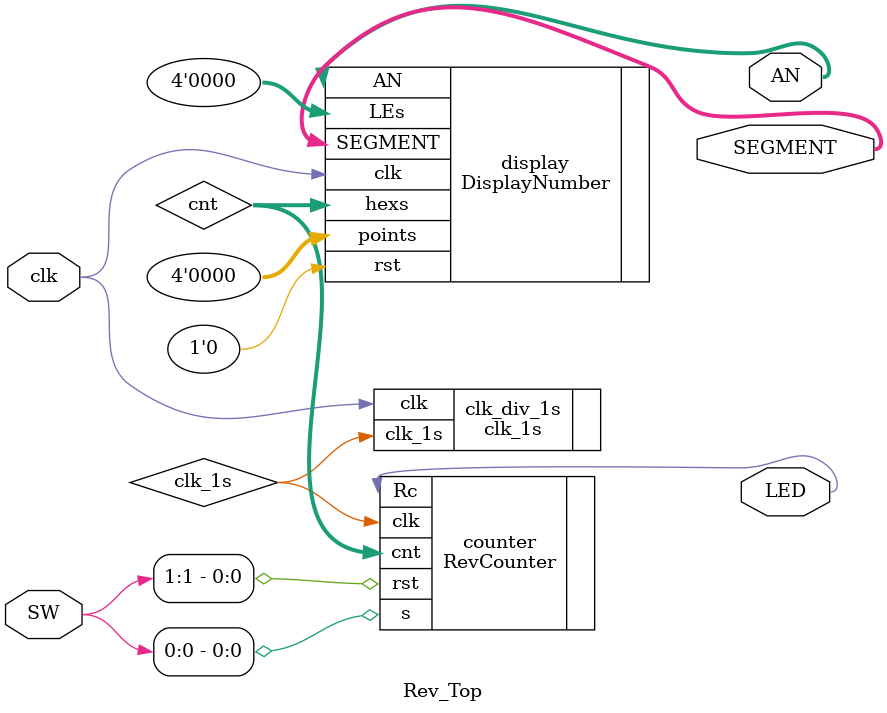
<source format=v>
module Rev_Top( 
    input wire clk,
    input wire [1:0] SW,
    output wire LED,
    output wire [7:0] SEGMENT,
    output wire [3:0] AN
);

    wire[15:0] cnt;
    wire [3:0] Hex;
    wire clk_1s;

    /* module clk_100ms at submodules/clk_1s.v */
    clk_1s clk_div_1s (.clk(clk), .clk_1s(clk_1s));

    /* You need to implement module RevCounter */
    RevCounter counter(.clk(clk_1s), .rst(SW[1]), .s(SW[0]), .cnt(cnt), .Rc(LED));

    // Please replace module below with your module completed in Lab **7**
    // imoprt submodules for module DisplayNumber from your prev. project
    DisplayNumber display(.clk(clk), .rst(1'b0), .hexs(cnt), .LEs(4'b0000), .points(4'b0000), .AN(AN), .SEGMENT(SEGMENT));

endmodule

</source>
